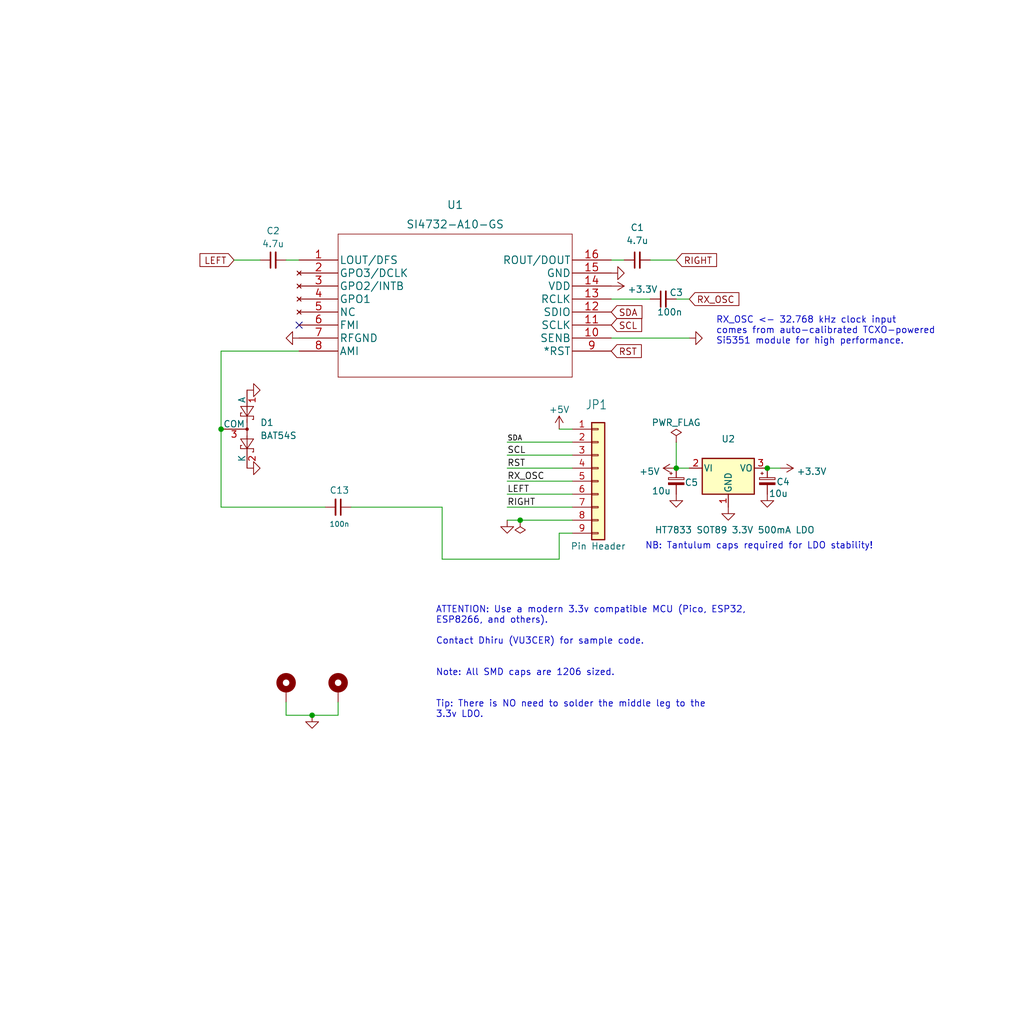
<source format=kicad_sch>
(kicad_sch (version 20231120) (generator "eeschema") (generator_version "8.0")
  (paper "User" 200 200)
  (title_block (title "Breakout board (BoB) for Si4732 for HF") (date "2024-01-17") (rev "v3.02") (company "Dhiru Kholia (VU3CER)"))
  (lib_symbols
    (symbol "2022-12-04_04-36-26:SI4732-A10-GS" (pin_names (offset 0.254))
      (property "Reference" "U" (at 30.48 10.16 0))
      (property "Value" "SI4732-A10-GS" (at 30.48 7.62 0))
      (symbol "SI4732-A10-GS_1_1"
        (polyline (pts (xy 7.62 -22.86) (xy 53.34 -22.86)) (stroke (width 0.127)))
        (polyline (pts (xy 7.62 5.08) (xy 7.62 -22.86)) (stroke (width 0.127)))
        (polyline (pts (xy 53.34 -22.86) (xy 53.34 5.08)) (stroke (width 0.127)))
        (polyline (pts (xy 53.34 5.08) (xy 7.62 5.08)) (stroke (width 0.127)))
        (pin output line (at 0 0 0) (length 7.62) (name "LOUT/DFS") (number "1"))
        (pin power_in line (at 60.96 -15.24 180) (length 7.62) (name "SENB") (number "10"))
        (pin bidirectional line (at 60.96 -12.7 180) (length 7.62) (name "SCLK") (number "11"))
        (pin bidirectional line (at 60.96 -10.16 180) (length 7.62) (name "SDIO") (number "12"))
        (pin input line (at 60.96 -7.62 180) (length 7.62) (name "RCLK") (number "13"))
        (pin power_in line (at 60.96 -5.08 180) (length 7.62) (name "VDD") (number "14"))
        (pin power_in line (at 60.96 -2.54 180) (length 7.62) (name "GND") (number "15"))
        (pin output line (at 60.96 0 180) (length 7.62) (name "ROUT/DOUT") (number "16"))
        (pin no_connect line (at 0 -2.54 0) (length 7.62) (name "GPO3/DCLK") (number "2"))
        (pin no_connect line (at 0 -5.08 0) (length 7.62) (name "GPO2/INTB") (number "3"))
        (pin no_connect line (at 0 -7.62 0) (length 7.62) (name "GPO1") (number "4"))
        (pin no_connect line (at 0 -10.16 0) (length 7.62) (name "NC") (number "5"))
        (pin unspecified line (at 0 -12.7 0) (length 7.62) (name "FMI") (number "6"))
        (pin power_in line (at 0 -15.24 0) (length 7.62) (name "RFGND") (number "7"))
        (pin input line (at 0 -17.78 0) (length 7.62) (name "AMI") (number "8"))
        (pin input line (at 60.96 -17.78 180) (length 7.62) (name "*RST") (number "9"))
      )
    )
    (symbol "Connector_Generic:Conn_01x09" (pin_names (offset 1.016) hide)
      (property "Reference" "J" (at 0 12.7 0))
      (property "Value" "Conn_01x09" (at 0 -12.7 0))
      (symbol "Conn_01x09_1_1"
        (rectangle (start -1.27 -10.033) (end 0 -10.287) (stroke (width 0.1524)))
        (rectangle (start -1.27 -7.493) (end 0 -7.747) (stroke (width 0.1524)))
        (rectangle (start -1.27 -4.953) (end 0 -5.207) (stroke (width 0.1524)))
        (rectangle (start -1.27 -2.413) (end 0 -2.667) (stroke (width 0.1524)))
        (rectangle (start -1.27 0.127) (end 0 -0.127) (stroke (width 0.1524)))
        (rectangle (start -1.27 2.667) (end 0 2.413) (stroke (width 0.1524)))
        (rectangle (start -1.27 5.207) (end 0 4.953) (stroke (width 0.1524)))
        (rectangle (start -1.27 7.747) (end 0 7.493) (stroke (width 0.1524)))
        (rectangle (start -1.27 10.287) (end 0 10.033) (stroke (width 0.1524)))
        (rectangle (start -1.27 11.43) (end 1.27 -11.43) (stroke (width 0.254)) (fill (type background)))
        (pin passive line (at -5.08 10.16 0) (length 3.81) (name "Pin_1") (number "1"))
        (pin passive line (at -5.08 7.62 0) (length 3.81) (name "Pin_2") (number "2"))
        (pin passive line (at -5.08 5.08 0) (length 3.81) (name "Pin_3") (number "3"))
        (pin passive line (at -5.08 2.54 0) (length 3.81) (name "Pin_4") (number "4"))
        (pin passive line (at -5.08 0 0) (length 3.81) (name "Pin_5") (number "5"))
        (pin passive line (at -5.08 -2.54 0) (length 3.81) (name "Pin_6") (number "6"))
        (pin passive line (at -5.08 -5.08 0) (length 3.81) (name "Pin_7") (number "7"))
        (pin passive line (at -5.08 -7.62 0) (length 3.81) (name "Pin_8") (number "8"))
        (pin passive line (at -5.08 -10.16 0) (length 3.81) (name "Pin_9") (number "9"))
      )
    )
    (symbol "Device:C_Polarized_Small" (pin_numbers hide) (pin_names (offset 0.254) hide)
      (property "Reference" "C" (at 0.254 1.778 0))
      (property "Value" "C_Polarized_Small" (at 0.254 -2.032 0))
      (symbol "C_Polarized_Small_0_1"
        (rectangle (start -1.524 -0.3048) (end 1.524 -0.6858) (fill (type outline)))
        (rectangle (start -1.524 0.6858) (end 1.524 0.3048))
        (polyline (pts (xy -1.27 1.524) (xy -0.762 1.524)))
        (polyline (pts (xy -1.016 1.27) (xy -1.016 1.778)))
      )
      (symbol "C_Polarized_Small_1_1"
        (pin passive line (at 0 2.54 270) (length 1.8542) (name "~") (number "1"))
        (pin passive line (at 0 -2.54 90) (length 1.8542) (name "~") (number "2"))
      )
    )
    (symbol "Device:C_Small" (pin_numbers hide) (pin_names (offset 0.254) hide)
      (property "Reference" "C" (at 0.254 1.778 0))
      (property "Value" "C_Small" (at 0.254 -2.032 0))
      (symbol "C_Small_0_1"
        (polyline (pts (xy -1.524 -0.508) (xy 1.524 -0.508)) (stroke (width 0.3302)))
        (polyline (pts (xy -1.524 0.508) (xy 1.524 0.508)) (stroke (width 0.3048)))
      )
      (symbol "C_Small_1_1"
        (pin passive line (at 0 2.54 270) (length 2.032) (name "~") (number "1"))
        (pin passive line (at 0 -2.54 90) (length 2.032) (name "~") (number "2"))
      )
    )
    (symbol "Diode:BAT54S" (pin_names (offset 0))
      (property "Reference" "D" (at 2.54 -5.08 0))
      (property "Value" "BAT54S" (at -6.35 3.175 0))
      (symbol "BAT54S_0_1"
        (polyline (pts (xy -3.81 0) (xy -1.27 0)))
        (polyline (pts (xy -3.175 -1.27) (xy -3.175 -1.016)))
        (polyline (pts (xy -2.54 -1.27) (xy -3.175 -1.27)))
        (polyline (pts (xy -2.54 -1.27) (xy -2.54 1.27)))
        (polyline (pts (xy -2.54 1.27) (xy -1.905 1.27)))
        (polyline (pts (xy -1.905 0) (xy 1.905 0)))
        (polyline (pts (xy -1.905 1.27) (xy -1.905 1.016)))
        (polyline (pts (xy 1.27 0) (xy 3.81 0)))
        (polyline (pts (xy 3.175 -1.27) (xy 3.175 -1.016)))
        (polyline (pts (xy 3.81 -1.27) (xy 3.175 -1.27)))
        (polyline (pts (xy 3.81 -1.27) (xy 3.81 1.27)))
        (polyline (pts (xy 3.81 1.27) (xy 4.445 1.27)))
        (polyline (pts (xy 4.445 1.27) (xy 4.445 1.016)))
        (polyline (pts (xy -4.445 1.27) (xy -4.445 -1.27) (xy -2.54 0) (xy -4.445 1.27)))
        (polyline (pts (xy 1.905 1.27) (xy 1.905 -1.27) (xy 3.81 0) (xy 1.905 1.27)))
        (circle (center 0 0) (radius 0.254) (fill (type outline)))
      )
      (symbol "BAT54S_1_1"
        (pin passive line (at -7.62 0 0) (length 3.81) (name "A") (number "1"))
        (pin passive line (at 7.62 0 180) (length 3.81) (name "K") (number "2"))
        (pin passive line (at 0 -5.08 90) (length 5.08) (name "COM") (number "3"))
      )
    )
    (symbol "Mechanical:MountingHole_Pad" (pin_numbers hide) (pin_names (offset 1.016) hide)
      (property "Reference" "H" (at 0 6.35 0))
      (property "Value" "MountingHole_Pad" (at 0 4.445 0))
      (symbol "MountingHole_Pad_0_1"
        (circle (center 0 1.27) (radius 1.27) (stroke (width 1.27)))
      )
      (symbol "MountingHole_Pad_1_1"
        (pin input line (at 0 -2.54 90) (length 2.54) (name "1") (number "1"))
      )
    )
    (symbol "Regulator_Linear:MCP1703Ax-330xxMB" (pin_names (offset 0.254))
      (property "Reference" "U" (at -3.81 3.175 0))
      (property "Value" "MCP1703Ax-330xxMB" (at 0 3.175 0))
      (symbol "MCP1703Ax-330xxMB_0_1"
        (rectangle (start -5.08 -5.08) (end 5.08 1.905) (stroke (width 0.254)) (fill (type background)))
      )
      (symbol "MCP1703Ax-330xxMB_1_1"
        (pin power_in line (at 0 -7.62 90) (length 2.54) (name "GND") (number "1"))
        (pin power_in line (at -7.62 0 0) (length 2.54) (name "VI") (number "2"))
        (pin power_out line (at 7.62 0 180) (length 2.54) (name "VO") (number "3"))
      )
    )
    (symbol "power:+3.3V" (power) (pin_names (offset 0))
      (property "Value" "+3.3V" (at 0 3.556 0))
      (symbol "+3.3V_0_1"
        (polyline (pts (xy -0.762 1.27) (xy 0 2.54)))
        (polyline (pts (xy 0 0) (xy 0 2.54)))
        (polyline (pts (xy 0 2.54) (xy 0.762 1.27)))
      )
      (symbol "+3.3V_1_1"
        (pin power_in line (at 0 0 90) (length 0) hide (name "+3.3V") (number "1"))
      )
    )
    (symbol "power:+5V" (power) (pin_names (offset 0))
      (property "Value" "+5V" (at 0 3.556 0))
      (symbol "+5V_0_1"
        (polyline (pts (xy -0.762 1.27) (xy 0 2.54)))
        (polyline (pts (xy 0 0) (xy 0 2.54)))
        (polyline (pts (xy 0 2.54) (xy 0.762 1.27)))
      )
      (symbol "+5V_1_1"
        (pin power_in line (at 0 0 90) (length 0) hide (name "+5V") (number "1"))
      )
    )
    (symbol "power:GND" (power) (pin_names (offset 0))
      (property "Value" "GND" (at 0 -3.81 0))
      (symbol "GND_0_1"
        (polyline (pts (xy 0 0) (xy 0 -1.27) (xy 1.27 -1.27) (xy 0 -2.54) (xy -1.27 -1.27) (xy 0 -1.27)))
      )
      (symbol "GND_1_1"
        (pin power_in line (at 0 0 270) (length 0) hide (name "GND") (number "1"))
      )
    )
    (symbol "power:PWR_FLAG" (power) (pin_numbers hide) (pin_names (offset 0) hide)
      (property "Value" "PWR_FLAG" (at 0 3.81 0))
      (symbol "PWR_FLAG_0_0"
        (pin power_out line (at 0 0 90) (length 0) (name "pwr") (number "1"))
      )
      (symbol "PWR_FLAG_0_1"
        (polyline (pts (xy 0 0) (xy 0 1.27) (xy -1.016 1.905) (xy 0 2.54) (xy 1.016 1.905) (xy 0 1.27)))
      )
    )
  )
  (junction (at 149.86 91.44))
  (junction (at 60.96 139.7))
  (junction (at 43.18 83.82))
  (junction (at 132.08 91.44))
  (junction (at 101.6 101.6))
  (no_connect (at 58.42 63.5))
  (wire (pts (xy 119.38 58.42) (xy 127 58.42)))
  (wire (pts (xy 109.22 104.14) (xy 109.22 109.22)))
  (wire (pts (xy 99.06 91.44) (xy 111.76 91.44)))
  (wire (pts (xy 99.06 93.98) (xy 111.76 93.98)))
  (wire (pts (xy 86.36 99.06) (xy 86.36 109.22)))
  (wire (pts (xy 109.22 83.82) (xy 111.76 83.82)))
  (wire (pts (xy 68.58 99.06) (xy 86.36 99.06)))
  (wire (pts (xy 119.38 66.04) (xy 134.62 66.04)))
  (wire (pts (xy 55.88 137.16) (xy 55.88 139.7)))
  (wire (pts (xy 109.22 104.14) (xy 111.76 104.14)))
  (wire (pts (xy 66.04 137.16) (xy 66.04 139.7)))
  (wire (pts (xy 132.08 86.36) (xy 132.08 91.44)))
  (wire (pts (xy 60.96 139.7) (xy 55.88 139.7)))
  (wire (pts (xy 58.42 68.58) (xy 43.18 68.58)))
  (wire (pts (xy 132.08 91.44) (xy 134.62 91.44)))
  (wire (pts (xy 101.6 101.6) (xy 111.76 101.6)))
  (wire (pts (xy 99.06 101.6) (xy 101.6 101.6)))
  (wire (pts (xy 132.08 58.42) (xy 134.62 58.42)))
  (wire (pts (xy 99.06 99.06) (xy 111.76 99.06)))
  (wire (pts (xy 149.86 91.44) (xy 152.4 91.44)))
  (wire (pts (xy 55.88 50.8) (xy 58.42 50.8)))
  (wire (pts (xy 99.06 96.52) (xy 111.76 96.52)))
  (wire (pts (xy 43.18 83.82) (xy 43.18 99.06)))
  (wire (pts (xy 43.18 99.06) (xy 63.5 99.06)))
  (wire (pts (xy 99.06 88.9) (xy 111.76 88.9)))
  (wire (pts (xy 66.04 139.7) (xy 60.96 139.7)))
  (wire (pts (xy 43.18 68.58) (xy 43.18 83.82)))
  (wire (pts (xy 99.06 86.36) (xy 111.76 86.36)))
  (wire (pts (xy 86.36 109.22) (xy 109.22 109.22)))
  (wire (pts (xy 119.38 50.8) (xy 121.92 50.8)))
  (wire (pts (xy 127 50.8) (xy 132.08 50.8)))
  (wire (pts (xy 45.72 50.8) (xy 50.8 50.8)))
  (text "NB: Tantulum caps required for LDO stability!" (at 125.984 107.442 0) (effects (font (size 1.27 1.27)) (justify left bottom)))
  (text "RX_OSC <- 32.768 kHz clock input\ncomes from auto-calibrated TCXO-powered\nSi5351 module for high performance." (at 139.827 67.437 0) (effects (font (size 1.27 1.27)) (justify left bottom)))
  (text "ATTENTION: Use a modern 3.3v compatible MCU (Pico, ESP32, \nESP8266, and others).\n\nContact Dhiru (VU3CER) for sample code.\n\n\nNote: All SMD caps are 1206 sized.\n\n\nTip: There is NO need to solder the middle leg to the\n3.3v LDO." (at 85.09 140.3604 0) (effects (font (size 1.27 1.27)) (justify left bottom)))
  (label "RST" (at 99.06 91.44 0) (effects (font (size 1.2446 1.2446))))
  (label "SDA" (at 99.06 86.36 0) (effects (font (size 1 1))))
  (label "SCL" (at 99.06 88.9 0) (effects (font (size 1.2446 1.2446))))
  (label "RX_OSC" (at 99.06 93.98 0) (effects (font (size 1.2446 1.2446))))
  (label "LEFT" (at 99.06 96.52 0) (effects (font (size 1.2446 1.2446))))
  (label "RIGHT" (at 99.06 99.06 0) (effects (font (size 1.2446 1.2446))))
  (global_label "RST" (shape input) (at 119.38 68.58 0) (property "Intersheetrefs" "${INTERSHEET_REFS}" (effects (hide yes))))
  (global_label "RX_OSC" (shape input) (at 134.62 58.42 0) (property "Intersheetrefs" "${INTERSHEET_REFS}" (effects (hide yes))))
  (global_label "SDA" (shape input) (at 119.38 60.96 0) (property "Intersheetrefs" "${INTERSHEET_REFS}" (effects (hide yes))))
  (global_label "RIGHT" (shape input) (at 132.08 50.8 0) (property "Intersheetrefs" "${INTERSHEET_REFS}" (effects (hide yes))))
  (global_label "SCL" (shape input) (at 119.38 63.5 0) (property "Intersheetrefs" "${INTERSHEET_REFS}" (effects (hide yes))))
  (global_label "LEFT" (shape input) (at 45.72 50.8 180) (property "Intersheetrefs" "${INTERSHEET_REFS}" (effects (hide yes))))
  (symbol (lib_id "Mechanical:MountingHole_Pad") (at 55.88 134.62 0) (unit 1)
    (property "Reference" "H1" (effects (hide yes)))
    (property "Value" "MountingHole_Pad" (effects (hide yes)))
    (property "Footprint" "MountingHole:MountingHole_2.2mm_M2_Pad_Via" (effects (hide yes)))
  )
  (symbol (lib_id "Mechanical:MountingHole_Pad") (at 66.04 134.62 0) (unit 1)
    (property "Reference" "H2" (effects (hide yes)))
    (property "Value" "MountingHole_Pad" (effects (hide yes)))
    (property "Footprint" "MountingHole:MountingHole_2.2mm_M2_Pad_Via" (effects (hide yes)))
  )
  (symbol (lib_id "Device:C_Small") (at 66.04 99.06 270) (unit 1)
    (property "Reference" "C13" (at 66.294 95.758 90))
    (property "Value" "100n" (at 66.294 102.362 90) (effects (font (size 1 1))))
    (property "Footprint" "Capacitor_SMD:C_1206_3216Metric_Pad1.33x1.80mm_HandSolder" (effects (hide yes)))
    (property "Sim.Device" "SPICE" (effects (hide yes)))
    (property "Sim.Params" "type=\"\" model=\"100n\" lib=\"\"" (effects (hide yes)))
    (property "Sim.Pins" "1=1 2=2" (effects (hide yes)))
  )
  (symbol (lib_id "power:+5V") (at 109.22 83.82 0) (unit 1)
    (property "Reference" "#PWR0107" (effects (hide yes)))
    (property "Value" "+5V" (at 109.22 80.01 0))
  )
  (symbol (lib_id "Regulator_Linear:MCP1703Ax-330xxMB") (at 142.24 91.44 0) (unit 1)
    (property "Reference" "U2" (at 142.24 85.725 0))
    (property "Value" "HT7833 SOT89 3.3V 500mA LDO" (at 143.51 103.505 0))
    (property "Footprint" "Package_TO_SOT_SMD:SOT-89-3_Handsoldering" (effects (hide yes)))
    (property "Datasheet" "http://ww1.microchip.com/downloads/en/DeviceDoc/20005122B.pdf" (effects (hide yes)))
  )
  (symbol (lib_id "power:GND") (at 134.62 66.04 90) (unit 1)
    (property "Reference" "#PWR0102" (effects (hide yes)))
    (property "Value" "GND" (effects (hide yes)))
  )
  (symbol (lib_id "power:GND") (at 149.86 96.52 0) (unit 1)
    (property "Reference" "#PWR03" (effects (hide yes)))
    (property "Value" "GND" (effects (hide yes)))
  )
  (symbol (lib_id "power:GND") (at 60.96 139.7 0) (unit 1)
    (property "Reference" "#PWR010" (effects (hide yes)))
    (property "Value" "GND" (effects (hide yes)))
  )
  (symbol (lib_id "power:PWR_FLAG") (at 101.6 101.6 180) (unit 1)
    (property "Reference" "#FLG01" (effects (hide yes)))
    (property "Value" "PWR_FLAG" (effects (hide yes)))
  )
  (symbol (lib_id "power:GND") (at 99.06 101.6 0) (unit 1)
    (property "Reference" "#U$0101" (effects (hide yes)))
    (property "Value" "GND" (effects (hide yes)))
    (property "Footprint" "Adafruit Si5351A:" (effects (hide yes)))
  )
  (symbol (lib_id "Device:C_Small") (at 124.46 50.8 90) (unit 1)
    (property "Reference" "C1" (at 124.4663 44.45 90))
    (property "Value" "4.7u" (at 124.4663 46.99 90))
    (property "Footprint" "Capacitor_SMD:C_1206_3216Metric_Pad1.33x1.80mm_HandSolder" (effects (hide yes)))
  )
  (symbol (lib_id "power:PWR_FLAG") (at 132.08 86.36 0) (unit 1)
    (property "Reference" "#FLG0102" (effects (hide yes)))
    (property "Value" "PWR_FLAG" (at 132.08 82.55 0))
  )
  (symbol (lib_id "power:GND") (at 48.26 91.44 90) (unit 1)
    (property "Reference" "#U$02" (effects (hide yes)))
    (property "Value" "GND" (effects (hide yes)))
    (property "Footprint" "Adafruit Si5351A:" (effects (hide yes)))
  )
  (symbol (lib_id "Device:C_Small") (at 129.54 58.42 90) (unit 1)
    (property "Reference" "C3" (at 132.08 57.15 90))
    (property "Value" "100n" (at 130.81 60.96 90))
    (property "Footprint" "Capacitor_SMD:C_1206_3216Metric_Pad1.33x1.80mm_HandSolder" (effects (hide yes)))
    (property "Sim.Device" "SPICE" (effects (hide yes)))
    (property "Sim.Params" "type=\"\" model=\"100n\" lib=\"\"" (effects (hide yes)))
    (property "Sim.Pins" "1=1 2=2" (effects (hide yes)))
  )
  (symbol (lib_id "power:GND") (at 58.42 66.04 270) (unit 1)
    (property "Reference" "#U$021" (effects (hide yes)))
    (property "Value" "GND" (effects (hide yes)))
    (property "Footprint" "Adafruit Si5351A:" (effects (hide yes)))
  )
  (symbol (lib_id "Device:C_Polarized_Small") (at 132.08 93.98 0) (unit 1)
    (property "Reference" "C5" (at 136.398 94.234 0) (effects (justify right)))
    (property "Value" "10u" (at 131.064 95.885 0) (effects (justify right)))
    (property "Footprint" "Capacitor_Tantalum_SMD:CP_EIA-3216-18_Kemet-A_Pad1.58x1.35mm_HandSolder" (effects (hide yes)))
  )
  (symbol (lib_id "power:+5V") (at 132.08 91.44 90) (unit 1)
    (property "Reference" "#PWR0105" (effects (hide yes)))
    (property "Value" "+5V" (at 128.905 92.075 90) (effects (justify left)))
  )
  (symbol (lib_id "power:GND") (at 119.38 53.34 90) (unit 1)
    (property "Reference" "#PWR0104" (effects (hide yes)))
    (property "Value" "GND" (effects (hide yes)))
  )
  (symbol (lib_id "power:GND") (at 142.24 99.06 0) (unit 1)
    (property "Reference" "#PWR0106" (effects (hide yes)))
    (property "Value" "GND" (effects (hide yes)))
  )
  (symbol (lib_id "Device:C_Small") (at 53.34 50.8 90) (unit 1)
    (property "Reference" "C2" (at 53.3463 45.085 90))
    (property "Value" "4.7u" (at 53.3463 47.625 90))
    (property "Footprint" "Capacitor_SMD:C_1206_3216Metric_Pad1.33x1.80mm_HandSolder" (effects (hide yes)))
  )
  (symbol (lib_id "power:+3.3V") (at 152.4 91.44 270) (unit 1)
    (property "Reference" "#PWR0103" (effects (hide yes)))
    (property "Value" "+3.3V" (at 155.575 92.075 90) (effects (justify left)))
  )
  (symbol (lib_id "power:GND") (at 132.08 96.52 0) (unit 1)
    (property "Reference" "#PWR02" (effects (hide yes)))
    (property "Value" "GND" (effects (hide yes)))
  )
  (symbol (lib_id "power:GND") (at 48.26 76.2 90) (unit 1)
    (property "Reference" "#U$01" (effects (hide yes)))
    (property "Value" "GND" (effects (hide yes)))
    (property "Footprint" "Adafruit Si5351A:" (effects (hide yes)))
  )
  (symbol (lib_id "Diode:BAT54S") (at 48.26 83.82 270) (unit 1)
    (property "Reference" "D1" (at 50.8 82.55 90) (effects (justify left)))
    (property "Value" "BAT54S" (at 50.8 85.09 90) (effects (justify left)))
    (property "Footprint" "Package_TO_SOT_SMD:SOT-23_Handsoldering" (effects (hide yes)))
    (property "Datasheet" "https://www.diodes.com/assets/Datasheets/ds11005.pdf" (effects (hide yes)))
  )
  (symbol (lib_id "2022-12-04_04-36-26:SI4732-A10-GS") (at 58.42 50.8 0) (unit 1)
    (property "Reference" "U1" (at 88.9 40.005 0) (effects (font (size 1.524 1.524))))
    (property "Value" "SI4732-A10-GS" (at 88.9 43.815 0) (effects (font (size 1.524 1.524))))
    (property "Footprint" "PCM_Package_SO_AKL:SOIC-16_3.9x9.9mm_P1.27mm" (effects (hide yes)))
  )
  (symbol (lib_id "Device:C_Polarized_Small") (at 149.86 93.98 0) (unit 1)
    (property "Reference" "C4" (at 154.305 94.107 0) (effects (justify right)))
    (property "Value" "10u" (at 153.924 96.393 0) (effects (justify right)))
    (property "Footprint" "Capacitor_Tantalum_SMD:CP_EIA-3216-18_Kemet-A_Pad1.58x1.35mm_HandSolder" (effects (hide yes)))
  )
  (symbol (lib_id "Connector_Generic:Conn_01x09") (at 116.84 93.98 0) (unit 1)
    (property "Reference" "JP1" (at 114.3 80.01 0) (effects (font (size 1.778 1.5113)) (justify left bottom)))
    (property "Value" "Pin Header" (at 116.84 106.68 0))
    (property "Footprint" "footprints:PinSocket_1x09_P2.54mm_Vertical_Custom" (effects (hide yes)))
  )
  (symbol (lib_id "power:+3.3V") (at 119.38 55.88 270) (unit 1)
    (property "Reference" "#PWR0101" (effects (hide yes)))
    (property "Value" "+3.3V" (at 122.555 56.515 90) (effects (justify left)))
  )
)
</source>
